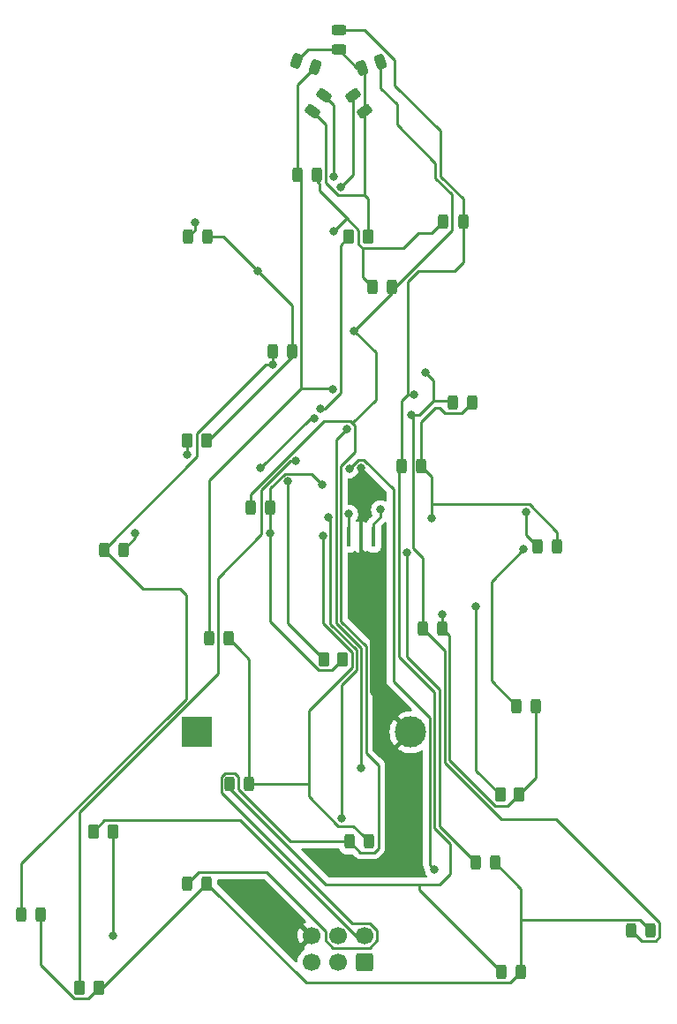
<source format=gbr>
%TF.GenerationSoftware,KiCad,Pcbnew,(6.0.9)*%
%TF.CreationDate,2023-01-09T21:04:10+01:00*%
%TF.ProjectId,christmas_tree,63687269-7374-46d6-9173-5f747265652e,rev?*%
%TF.SameCoordinates,Original*%
%TF.FileFunction,Copper,L1,Top*%
%TF.FilePolarity,Positive*%
%FSLAX46Y46*%
G04 Gerber Fmt 4.6, Leading zero omitted, Abs format (unit mm)*
G04 Created by KiCad (PCBNEW (6.0.9)) date 2023-01-09 21:04:10*
%MOMM*%
%LPD*%
G01*
G04 APERTURE LIST*
G04 Aperture macros list*
%AMRoundRect*
0 Rectangle with rounded corners*
0 $1 Rounding radius*
0 $2 $3 $4 $5 $6 $7 $8 $9 X,Y pos of 4 corners*
0 Add a 4 corners polygon primitive as box body*
4,1,4,$2,$3,$4,$5,$6,$7,$8,$9,$2,$3,0*
0 Add four circle primitives for the rounded corners*
1,1,$1+$1,$2,$3*
1,1,$1+$1,$4,$5*
1,1,$1+$1,$6,$7*
1,1,$1+$1,$8,$9*
0 Add four rect primitives between the rounded corners*
20,1,$1+$1,$2,$3,$4,$5,0*
20,1,$1+$1,$4,$5,$6,$7,0*
20,1,$1+$1,$6,$7,$8,$9,0*
20,1,$1+$1,$8,$9,$2,$3,0*%
G04 Aperture macros list end*
%TA.AperFunction,SMDPad,CuDef*%
%ADD10RoundRect,0.243750X-0.243750X-0.456250X0.243750X-0.456250X0.243750X0.456250X-0.243750X0.456250X0*%
%TD*%
%TA.AperFunction,SMDPad,CuDef*%
%ADD11RoundRect,0.250000X-0.262500X-0.450000X0.262500X-0.450000X0.262500X0.450000X-0.262500X0.450000X0*%
%TD*%
%TA.AperFunction,SMDPad,CuDef*%
%ADD12R,0.400000X1.900000*%
%TD*%
%TA.AperFunction,SMDPad,CuDef*%
%ADD13RoundRect,0.243750X-0.225841X0.465375X-0.512387X0.070979X0.225841X-0.465375X0.512387X-0.070979X0*%
%TD*%
%TA.AperFunction,SMDPad,CuDef*%
%ADD14RoundRect,0.243750X0.090831X0.509242X-0.372809X0.358597X-0.090831X-0.509242X0.372809X-0.358597X0*%
%TD*%
%TA.AperFunction,SMDPad,CuDef*%
%ADD15RoundRect,0.243750X0.372809X0.358597X-0.090831X0.509242X-0.372809X-0.358597X0.090831X-0.509242X0*%
%TD*%
%TA.AperFunction,SMDPad,CuDef*%
%ADD16RoundRect,0.243750X-0.456250X0.243750X-0.456250X-0.243750X0.456250X-0.243750X0.456250X0.243750X0*%
%TD*%
%TA.AperFunction,SMDPad,CuDef*%
%ADD17RoundRect,0.243750X0.243750X0.456250X-0.243750X0.456250X-0.243750X-0.456250X0.243750X-0.456250X0*%
%TD*%
%TA.AperFunction,SMDPad,CuDef*%
%ADD18RoundRect,0.243750X-0.512387X-0.070979X-0.225841X-0.465375X0.512387X0.070979X0.225841X0.465375X0*%
%TD*%
%TA.AperFunction,ComponentPad*%
%ADD19RoundRect,0.250000X0.600000X-0.600000X0.600000X0.600000X-0.600000X0.600000X-0.600000X-0.600000X0*%
%TD*%
%TA.AperFunction,ComponentPad*%
%ADD20C,1.700000*%
%TD*%
%TA.AperFunction,ComponentPad*%
%ADD21R,3.000000X3.000000*%
%TD*%
%TA.AperFunction,ComponentPad*%
%ADD22C,3.000000*%
%TD*%
%TA.AperFunction,ViaPad*%
%ADD23C,0.800000*%
%TD*%
%TA.AperFunction,Conductor*%
%ADD24C,0.250000*%
%TD*%
G04 APERTURE END LIST*
D10*
%TO.P,D21,1,K*%
%TO.N,/A4*%
X190062500Y-138000000D03*
%TO.P,D21,2,A*%
%TO.N,Net-(D1-Pad2)*%
X191937500Y-138000000D03*
%TD*%
D11*
%TO.P,R3,1*%
%TO.N,/D6*%
X177500000Y-125000000D03*
%TO.P,R3,2*%
%TO.N,Net-(D12-Pad2)*%
X179325000Y-125000000D03*
%TD*%
D12*
%TO.P,Y1,1,1*%
%TO.N,/XTAL2*%
X162960000Y-100290000D03*
%TO.P,Y1,2,2*%
%TO.N,/GND*%
X164160000Y-100290000D03*
%TO.P,Y1,3,3*%
%TO.N,/XTAL1*%
X165360000Y-100290000D03*
%TD*%
D13*
%TO.P,D25,1,K*%
%TO.N,/A4*%
X160618049Y-57924047D03*
%TO.P,D25,2,A*%
%TO.N,Net-(D10-Pad2)*%
X159515951Y-59440953D03*
%TD*%
D10*
%TO.P,D8,1,K*%
%TO.N,/A1*%
X153562500Y-97500000D03*
%TO.P,D8,2,A*%
%TO.N,Net-(D13-Pad2)*%
X155437500Y-97500000D03*
%TD*%
%TO.P,D1,1,K*%
%TO.N,/A0*%
X131562500Y-136500000D03*
%TO.P,D1,2,A*%
%TO.N,Net-(D1-Pad2)*%
X133437500Y-136500000D03*
%TD*%
D14*
%TO.P,D10,1,K*%
%TO.N,/A1*%
X166051615Y-54690297D03*
%TO.P,D10,2,A*%
%TO.N,Net-(D10-Pad2)*%
X164268385Y-55269703D03*
%TD*%
D10*
%TO.P,D3,1,K*%
%TO.N,/A0*%
X139500000Y-101500000D03*
%TO.P,D3,2,A*%
%TO.N,Net-(D13-Pad2)*%
X141375000Y-101500000D03*
%TD*%
%TO.P,D13,1,K*%
%TO.N,/A2*%
X168062500Y-93500000D03*
%TO.P,D13,2,A*%
%TO.N,Net-(D13-Pad2)*%
X169937500Y-93500000D03*
%TD*%
D15*
%TO.P,D20,1,K*%
%TO.N,/A3*%
X159731615Y-55229703D03*
%TO.P,D20,2,A*%
%TO.N,Net-(D10-Pad2)*%
X157948385Y-54650297D03*
%TD*%
D16*
%TO.P,D15,1,K*%
%TO.N,/A2*%
X162000000Y-51625000D03*
%TO.P,D15,2,A*%
%TO.N,Net-(D10-Pad2)*%
X162000000Y-53500000D03*
%TD*%
D10*
%TO.P,D18,1,K*%
%TO.N,/A3*%
X181112500Y-101220000D03*
%TO.P,D18,2,A*%
%TO.N,Net-(D13-Pad2)*%
X182987500Y-101220000D03*
%TD*%
%TO.P,D6,1,K*%
%TO.N,/A1*%
X147500000Y-133500000D03*
%TO.P,D6,2,A*%
%TO.N,Net-(D1-Pad2)*%
X149375000Y-133500000D03*
%TD*%
%TO.P,D22,1,K*%
%TO.N,/A4*%
X170105000Y-109050000D03*
%TO.P,D22,2,A*%
%TO.N,Net-(D12-Pad2)*%
X171980000Y-109050000D03*
%TD*%
D11*
%TO.P,R2,1*%
%TO.N,/D5*%
X137175000Y-143500000D03*
%TO.P,R2,2*%
%TO.N,Net-(D1-Pad2)*%
X139000000Y-143500000D03*
%TD*%
D10*
%TO.P,D24,1,K*%
%TO.N,/A4*%
X147562500Y-71500000D03*
%TO.P,D24,2,A*%
%TO.N,Net-(D14-Pad2)*%
X149437500Y-71500000D03*
%TD*%
D17*
%TO.P,D14,1,K*%
%TO.N,/A2*%
X173937500Y-70000000D03*
%TO.P,D14,2,A*%
%TO.N,Net-(D14-Pad2)*%
X172062500Y-70000000D03*
%TD*%
D10*
%TO.P,D11,1,K*%
%TO.N,/A2*%
X177625000Y-142000000D03*
%TO.P,D11,2,A*%
%TO.N,Net-(D1-Pad2)*%
X179500000Y-142000000D03*
%TD*%
D11*
%TO.P,R5,1*%
%TO.N,/D8*%
X147500000Y-91000000D03*
%TO.P,R5,2*%
%TO.N,Net-(D14-Pad2)*%
X149325000Y-91000000D03*
%TD*%
D18*
%TO.P,D5,1,K*%
%TO.N,/A0*%
X163428951Y-57941547D03*
%TO.P,D5,2,A*%
%TO.N,Net-(D10-Pad2)*%
X164531049Y-59458453D03*
%TD*%
D10*
%TO.P,D2,1,K*%
%TO.N,/A0*%
X179062500Y-116500000D03*
%TO.P,D2,2,A*%
%TO.N,Net-(D12-Pad2)*%
X180937500Y-116500000D03*
%TD*%
%TO.P,D16,1,K*%
%TO.N,/A3*%
X175125000Y-131500000D03*
%TO.P,D16,2,A*%
%TO.N,Net-(D1-Pad2)*%
X177000000Y-131500000D03*
%TD*%
D11*
%TO.P,R6,1*%
%TO.N,/D9*%
X163000000Y-71500000D03*
%TO.P,R6,2*%
%TO.N,Net-(D10-Pad2)*%
X164825000Y-71500000D03*
%TD*%
D10*
%TO.P,D12,1,K*%
%TO.N,/A2*%
X151562500Y-124000000D03*
%TO.P,D12,2,A*%
%TO.N,Net-(D12-Pad2)*%
X153437500Y-124000000D03*
%TD*%
D11*
%TO.P,R1,1*%
%TO.N,/VCC*%
X138500000Y-128500000D03*
%TO.P,R1,2*%
%TO.N,/RESET*%
X140325000Y-128500000D03*
%TD*%
D10*
%TO.P,D23,1,K*%
%TO.N,/A4*%
X172932500Y-87380000D03*
%TO.P,D23,2,A*%
%TO.N,Net-(D13-Pad2)*%
X174807500Y-87380000D03*
%TD*%
D11*
%TO.P,R4,1*%
%TO.N,/D7*%
X160587500Y-112000000D03*
%TO.P,R4,2*%
%TO.N,Net-(D13-Pad2)*%
X162412500Y-112000000D03*
%TD*%
D10*
%TO.P,D17,1,K*%
%TO.N,/A3*%
X149562500Y-110000000D03*
%TO.P,D17,2,A*%
%TO.N,Net-(D12-Pad2)*%
X151437500Y-110000000D03*
%TD*%
%TO.P,D7,1,K*%
%TO.N,/A1*%
X163062500Y-129500000D03*
%TO.P,D7,2,A*%
%TO.N,Net-(D12-Pad2)*%
X164937500Y-129500000D03*
%TD*%
%TO.P,D19,1,K*%
%TO.N,/A3*%
X158062500Y-65500000D03*
%TO.P,D19,2,A*%
%TO.N,Net-(D14-Pad2)*%
X159937500Y-65500000D03*
%TD*%
D17*
%TO.P,D9,1,K*%
%TO.N,/A1*%
X167100000Y-76300000D03*
%TO.P,D9,2,A*%
%TO.N,Net-(D14-Pad2)*%
X165225000Y-76300000D03*
%TD*%
D10*
%TO.P,D4,1,K*%
%TO.N,/A0*%
X155672500Y-82440000D03*
%TO.P,D4,2,A*%
%TO.N,Net-(D14-Pad2)*%
X157547500Y-82440000D03*
%TD*%
D19*
%TO.P,J2,1,MISO*%
%TO.N,/D12*%
X164500000Y-141040000D03*
D20*
%TO.P,J2,2,VCC*%
%TO.N,/VCC*%
X164500000Y-138500000D03*
%TO.P,J2,3,SCK*%
%TO.N,/D13*%
X161960000Y-141040000D03*
%TO.P,J2,4,MOSI*%
%TO.N,/D11*%
X161960000Y-138500000D03*
%TO.P,J2,5,~{RST}*%
%TO.N,/RESET*%
X159420000Y-141040000D03*
%TO.P,J2,6,GND*%
%TO.N,/GND*%
X159420000Y-138500000D03*
%TD*%
D21*
%TO.P,BT1,1,+*%
%TO.N,Net-(BT1-Pad1)*%
X148425000Y-119000000D03*
D22*
%TO.P,BT1,2,-*%
%TO.N,/GND*%
X168915000Y-119000000D03*
%TD*%
D23*
%TO.N,/GND*%
X164160000Y-93653600D03*
%TO.N,/VCC*%
X163026000Y-93741600D03*
X171200000Y-132200000D03*
%TO.N,Net-(D12-Pad2)*%
X160486000Y-100189000D03*
X171980000Y-107715000D03*
%TO.N,Net-(D13-Pad2)*%
X142497000Y-99955000D03*
X160428000Y-95227600D03*
X155438000Y-99955000D03*
X170905000Y-98435900D03*
%TO.N,Net-(D14-Pad2)*%
X161512000Y-70948900D03*
X154242000Y-74764900D03*
%TO.N,/D11*%
X162297000Y-127270000D03*
X161030000Y-98409400D03*
%TO.N,/RESET*%
X164173000Y-122430000D03*
X140325000Y-138500000D03*
X162832000Y-89902100D03*
%TO.N,/D5*%
X157885000Y-93004000D03*
%TO.N,/D6*%
X175182000Y-106943000D03*
%TO.N,/D7*%
X157155000Y-94938700D03*
%TO.N,/D8*%
X147500000Y-92343900D03*
X154528000Y-93639400D03*
X159661000Y-88870800D03*
%TO.N,/D9*%
X160259000Y-87949200D03*
%TO.N,/XTAL1*%
X166025000Y-97669600D03*
%TO.N,/XTAL2*%
X162960000Y-98089300D03*
%TO.N,/A0*%
X162248000Y-66725300D03*
X179769600Y-101444100D03*
X155672000Y-83757400D03*
%TO.N,/A1*%
X163500000Y-80500000D03*
%TO.N,/A2*%
X169226000Y-86654200D03*
%TO.N,/A3*%
X168564000Y-101780000D03*
X179989000Y-97867200D03*
X161480000Y-86118100D03*
%TO.N,/A4*%
X170335000Y-84522300D03*
X148227000Y-70145500D03*
X161508000Y-65738800D03*
X168992000Y-88559000D03*
%TD*%
D24*
%TO.N,/GND*%
X165074000Y-115158000D02*
X165074000Y-102479000D01*
X164160000Y-101565000D02*
X164160000Y-100290000D01*
X164160000Y-100290000D02*
X164160000Y-93653600D01*
X165074000Y-102479000D02*
X164160000Y-101565000D01*
X168915000Y-119000000D02*
X165074000Y-115158000D01*
%TO.N,/VCC*%
X138500000Y-128500000D02*
X139550000Y-127450000D01*
X164441000Y-92892400D02*
X163875000Y-92892400D01*
X163875000Y-92892400D02*
X163026000Y-93741600D01*
X167249000Y-114123000D02*
X167249000Y-95700000D01*
X171200000Y-132200000D02*
X170751000Y-131751000D01*
X167249000Y-95700000D02*
X164441000Y-92892400D01*
X170751000Y-131751000D02*
X170751000Y-117625000D01*
X152572000Y-127450000D02*
X163622000Y-138500000D01*
X163622000Y-138500000D02*
X164500000Y-138500000D01*
X170751000Y-117625000D02*
X167249000Y-114123000D01*
X139550000Y-127450000D02*
X152572000Y-127450000D01*
%TO.N,Net-(D1-Pad2)*%
X133437500Y-136500000D02*
X133438000Y-136500000D01*
X158925000Y-143050000D02*
X178450000Y-143050000D01*
X179500000Y-136964000D02*
X190902000Y-136964000D01*
X137973000Y-144527000D02*
X136653000Y-144527000D01*
X178450000Y-143050000D02*
X179500000Y-142000000D01*
X139000000Y-143500000D02*
X137973000Y-144527000D01*
X136653000Y-144527000D02*
X133438000Y-141312000D01*
X179500000Y-136964000D02*
X179500000Y-142000000D01*
X191937500Y-137999500D02*
X191938000Y-138000000D01*
X139375000Y-143500000D02*
X139000000Y-143500000D01*
X177000000Y-131500000D02*
X179500000Y-134000000D01*
X149375000Y-133500000D02*
X158925000Y-143050000D01*
X190902000Y-136964000D02*
X191937500Y-137999500D01*
X149375000Y-133500000D02*
X139375000Y-143500000D01*
X179500000Y-134000000D02*
X179500000Y-136964000D01*
X191937500Y-137999500D02*
X191937500Y-138000000D01*
X133438000Y-141312000D02*
X133438000Y-136500000D01*
%TO.N,Net-(D12-Pad2)*%
X171980000Y-109050000D02*
X171980000Y-107715000D01*
X161967000Y-127995000D02*
X159140000Y-125168000D01*
X160486000Y-108525000D02*
X160486000Y-100189000D01*
X153438000Y-118634000D02*
X153437500Y-118634500D01*
X152437500Y-111000000D02*
X151437500Y-110000000D01*
X163432000Y-127995000D02*
X161967000Y-127995000D01*
X159140000Y-125168000D02*
X159140000Y-124000000D01*
X163272000Y-111312000D02*
X160486000Y-108525000D01*
X177023000Y-126077000D02*
X172650000Y-121704000D01*
X172650000Y-109720000D02*
X171980000Y-109050000D01*
X153438000Y-124000000D02*
X159140000Y-124000000D01*
X178248000Y-126077000D02*
X177023000Y-126077000D01*
X179325000Y-125000000D02*
X180938000Y-123388000D01*
X180938000Y-123388000D02*
X180938000Y-116500000D01*
X163272000Y-112776000D02*
X163272000Y-111312000D01*
X164937500Y-129499900D02*
X164937500Y-129500000D01*
X172650000Y-121704000D02*
X172650000Y-109720000D01*
X164335600Y-128898000D02*
X163432000Y-127995000D01*
X159140000Y-124000000D02*
X159140000Y-116909000D01*
X153438000Y-112000000D02*
X153438000Y-118634000D01*
X164335600Y-128898000D02*
X164937500Y-129499900D01*
X153437500Y-118634500D02*
X153437500Y-124000000D01*
X179325000Y-125000000D02*
X178248000Y-126077000D01*
X152438000Y-111000000D02*
X153438000Y-112000000D01*
X159140000Y-116909000D02*
X163272000Y-112776000D01*
X151438000Y-110000000D02*
X152438000Y-111000000D01*
X164938000Y-129500000D02*
X164335600Y-128898000D01*
X153438000Y-118634000D02*
X153438000Y-124000000D01*
X152438000Y-111000000D02*
X152437500Y-111000000D01*
%TO.N,Net-(D13-Pad2)*%
X155438000Y-99955000D02*
X155438000Y-97790000D01*
X161370000Y-113043000D02*
X160066000Y-113043000D01*
X142497000Y-100378000D02*
X142497000Y-99955000D01*
X160066000Y-113043000D02*
X155438000Y-108414000D01*
X182988000Y-99805600D02*
X180288000Y-97105800D01*
X182988000Y-101220000D02*
X182988000Y-100512800D01*
X156849000Y-94213400D02*
X159414000Y-94213400D01*
X172230000Y-88411600D02*
X171671000Y-87852000D01*
X171298000Y-87852000D02*
X169938000Y-89212200D01*
X170905000Y-94467500D02*
X170905000Y-97105800D01*
X182988000Y-100512800D02*
X182987500Y-100513300D01*
X161891000Y-112521500D02*
X162412500Y-112000000D01*
X155438000Y-97790000D02*
X155438000Y-95625000D01*
X182988000Y-100512800D02*
X182988000Y-99805600D01*
X170905000Y-97105800D02*
X170905000Y-98435900D01*
X169938000Y-93500000D02*
X170905000Y-94467500D01*
X155438000Y-95625000D02*
X156849000Y-94213400D01*
X162412000Y-112000000D02*
X161891000Y-112521500D01*
X159414000Y-94213400D02*
X160428000Y-95227600D01*
X182987500Y-100513300D02*
X182987500Y-101220000D01*
X169938000Y-91356100D02*
X169938000Y-93500000D01*
X155437500Y-97789500D02*
X155437500Y-97500000D01*
X155438000Y-108414000D02*
X155438000Y-99955000D01*
X169938000Y-89212200D02*
X169938000Y-91356100D01*
X141375000Y-101500000D02*
X142497000Y-100378000D01*
X161891000Y-112521500D02*
X161370000Y-113043000D01*
X169938000Y-91356100D02*
X169937500Y-91356600D01*
X171671000Y-87852000D02*
X171298000Y-87852000D01*
X169937500Y-91356600D02*
X169937500Y-93500000D01*
X155438000Y-97790000D02*
X155437500Y-97789500D01*
X174808000Y-87380000D02*
X173776000Y-88411600D01*
X173776000Y-88411600D02*
X172230000Y-88411600D01*
X180288000Y-97105800D02*
X170905000Y-97105800D01*
%TO.N,Net-(D14-Pad2)*%
X168235600Y-72564400D02*
X169700000Y-71100000D01*
X157548000Y-82440000D02*
X157548000Y-82994800D01*
X164287000Y-72564400D02*
X164287000Y-75362000D01*
X149438000Y-71500000D02*
X149437500Y-71500000D01*
X159938000Y-66136800D02*
X160157000Y-66356100D01*
X163912000Y-72189800D02*
X164287000Y-72564400D01*
X160157000Y-67094800D02*
X162762000Y-69699600D01*
X170962500Y-71100000D02*
X172062500Y-70000000D01*
X159938000Y-65500000D02*
X159938000Y-66136800D01*
X157547500Y-82440000D02*
X157548000Y-82440000D01*
X162762000Y-69699600D02*
X163912000Y-70850400D01*
X159937500Y-65500000D02*
X159938000Y-65500000D01*
X157548000Y-78070800D02*
X157548000Y-82440000D01*
X157548000Y-82994800D02*
X149542000Y-91000000D01*
X169700000Y-71100000D02*
X170962500Y-71100000D01*
X154242000Y-74764900D02*
X157548000Y-78070800D01*
X160157000Y-66356100D02*
X160157000Y-67094800D01*
X163912000Y-70850400D02*
X163912000Y-72189800D01*
X164287000Y-75362000D02*
X165225000Y-76300000D01*
X164287000Y-72564400D02*
X168235600Y-72564400D01*
X149438000Y-71500000D02*
X150977000Y-71500000D01*
X150977000Y-71500000D02*
X154242000Y-74764900D01*
X162762000Y-69699600D02*
X161512000Y-70948900D01*
X149542000Y-91000000D02*
X149325000Y-91000000D01*
%TO.N,Net-(D10-Pad2)*%
X159098682Y-53500000D02*
X157948385Y-54650297D01*
X164825000Y-67791200D02*
X164825000Y-71500000D01*
X162000000Y-53500000D02*
X159098682Y-53500000D01*
X160751000Y-60676200D02*
X160751000Y-66313600D01*
X164531000Y-67497200D02*
X164531000Y-55532318D01*
X160751000Y-66313600D02*
X161935000Y-67497200D01*
X163769700Y-55269700D02*
X162000000Y-53500000D01*
X164268400Y-55269700D02*
X163769700Y-55269700D01*
X164531000Y-67497200D02*
X164825000Y-67791200D01*
X161935000Y-67497200D02*
X164531000Y-67497200D01*
X159516000Y-59441000D02*
X160751000Y-60676200D01*
X164531000Y-55532318D02*
X164268385Y-55269703D01*
%TO.N,/D11*%
X162297000Y-127270000D02*
X162297000Y-114455000D01*
X161211000Y-98591100D02*
X161030000Y-98409400D01*
X161211000Y-108614000D02*
X161211000Y-98591100D01*
X162297000Y-114455000D02*
X163723000Y-113030000D01*
X163723000Y-113030000D02*
X163723000Y-111125000D01*
X163723000Y-111125000D02*
X161211000Y-108614000D01*
%TO.N,/RESET*%
X140325000Y-128500000D02*
X140325000Y-138500000D01*
X164173000Y-110938000D02*
X161784000Y-108549000D01*
X161784000Y-90950900D02*
X162832000Y-89902100D01*
X161784000Y-108549000D02*
X161784000Y-90950900D01*
X164173000Y-122430000D02*
X164173000Y-110938000D01*
%TO.N,/D5*%
X137175000Y-126633000D02*
X150399000Y-113409000D01*
X150399000Y-104230000D02*
X154624000Y-100005000D01*
X154624000Y-100005000D02*
X154624000Y-95801900D01*
X154624000Y-95801900D02*
X157422000Y-93004000D01*
X150399000Y-113409000D02*
X150399000Y-104230000D01*
X157422000Y-93004000D02*
X157885000Y-93004000D01*
X137175000Y-143500000D02*
X137175000Y-126633000D01*
%TO.N,/D6*%
X175182000Y-106943000D02*
X175182000Y-122682000D01*
X175182000Y-122682000D02*
X177500000Y-125000000D01*
%TO.N,/D7*%
X160588000Y-112000000D02*
X159214800Y-110627200D01*
X160587500Y-111999900D02*
X160587500Y-112000000D01*
X157155000Y-108568000D02*
X157155000Y-94938700D01*
X159214800Y-110627200D02*
X157155000Y-108568000D01*
X159214800Y-110627200D02*
X160587500Y-111999900D01*
%TO.N,/D8*%
X147500000Y-91000000D02*
X147500000Y-92343900D01*
X159661000Y-88870800D02*
X159296000Y-88870800D01*
X159296000Y-88870800D02*
X154528000Y-93639400D01*
%TO.N,/D9*%
X163000000Y-71500000D02*
X162205000Y-72294600D01*
X160677000Y-87949200D02*
X160259000Y-87949200D01*
X162205000Y-86420600D02*
X160677000Y-87949200D01*
X162205000Y-72294600D02*
X162205000Y-86420600D01*
%TO.N,/XTAL1*%
X165360000Y-99014700D02*
X166025000Y-98349600D01*
X166025000Y-98349600D02*
X166025000Y-97669600D01*
X165360000Y-100290000D02*
X165360000Y-99014700D01*
%TO.N,/XTAL2*%
X162960000Y-100290000D02*
X162960000Y-98089300D01*
%TO.N,/A0*%
X131562000Y-131609000D02*
X131562000Y-136500000D01*
X155672000Y-83757400D02*
X154978000Y-83757400D01*
X148412000Y-92587500D02*
X139500000Y-101500000D01*
X147361000Y-105813000D02*
X147361000Y-115810000D01*
X146778000Y-105230000D02*
X147361000Y-105813000D01*
X148412000Y-90322600D02*
X148412000Y-92587500D01*
X143230000Y-105230000D02*
X146778000Y-105230000D01*
X139500000Y-101500000D02*
X139659000Y-101659000D01*
X139659000Y-101659000D02*
X143230000Y-105230000D01*
X155672000Y-83098700D02*
X155672000Y-82440000D01*
X147361000Y-115810000D02*
X131562000Y-131609000D01*
X163429000Y-65544600D02*
X163429000Y-57941500D01*
X162248000Y-66725300D02*
X163429000Y-65544600D01*
X139500000Y-101500000D02*
X139659000Y-101659000D01*
X179769600Y-101444100D02*
X176657000Y-104556700D01*
X155672000Y-83098700D02*
X155672500Y-83098200D01*
X154978000Y-83757400D02*
X148412000Y-90322600D01*
X155672500Y-83098200D02*
X155672500Y-82440000D01*
X176657000Y-104556700D02*
X176657000Y-114094500D01*
X176657000Y-114094500D02*
X179062500Y-116500000D01*
X155672000Y-83757400D02*
X155672000Y-83098700D01*
%TO.N,/A1*%
X171300000Y-64400000D02*
X171300000Y-65858166D01*
X162234000Y-93495200D02*
X163573000Y-92156500D01*
X153562000Y-96226200D02*
X153562000Y-96863100D01*
X152376000Y-124495000D02*
X157381000Y-129500000D01*
X151104000Y-122937000D02*
X152057000Y-122937000D01*
X167600000Y-58800000D02*
X167600000Y-60700000D01*
X160785000Y-138987000D02*
X161473000Y-139675000D01*
X150738000Y-124770000D02*
X150738000Y-123304000D01*
X164623000Y-110752000D02*
X162234000Y-108362000D01*
X153562000Y-96863100D02*
X153562000Y-97500000D01*
X164623000Y-120993000D02*
X164623000Y-110752000D01*
X164102000Y-130540000D02*
X165426000Y-130540000D01*
X167491204Y-76300000D02*
X167100000Y-76300000D01*
X166051615Y-57251615D02*
X167600000Y-58800000D01*
X160785000Y-138135000D02*
X160785000Y-138987000D01*
X165562500Y-87131400D02*
X163332100Y-89361800D01*
X167100000Y-76300000D02*
X167100000Y-76900000D01*
X167100000Y-76900000D02*
X163500000Y-80500000D01*
X153562000Y-96863100D02*
X153562500Y-96863600D01*
X163145000Y-89174800D02*
X160614000Y-89174800D01*
X163573000Y-89602600D02*
X163332100Y-89361800D01*
X165812000Y-122181000D02*
X164623000Y-120993000D01*
X163062000Y-129500000D02*
X163062500Y-129500500D01*
X164987000Y-139675000D02*
X165675000Y-138987000D01*
X163293000Y-137325000D02*
X150738000Y-124770000D01*
X165562500Y-82562500D02*
X165562500Y-87131400D01*
X153562500Y-96863600D02*
X153562500Y-97500000D01*
X157381000Y-129500000D02*
X163062000Y-129500000D01*
X172875000Y-70916204D02*
X167491204Y-76300000D01*
X161473000Y-139675000D02*
X164987000Y-139675000D01*
X163500000Y-80500000D02*
X165562500Y-82562500D01*
X163573000Y-92156500D02*
X163573000Y-89602600D01*
X152057000Y-122937000D02*
X152376000Y-123257000D01*
X155114000Y-132464000D02*
X160785000Y-138135000D01*
X160614000Y-89174800D02*
X153562000Y-96226200D01*
X165812000Y-130154000D02*
X165812000Y-122181000D01*
X171300000Y-65858166D02*
X172875000Y-67433166D01*
X163062500Y-129500500D02*
X164102000Y-130540000D01*
X162234000Y-108362000D02*
X162234000Y-93495200D01*
X167600000Y-60700000D02*
X171300000Y-64400000D01*
X165426000Y-130540000D02*
X165812000Y-130154000D01*
X166051615Y-54690297D02*
X166051615Y-57251615D01*
X164987000Y-137325000D02*
X163293000Y-137325000D01*
X152376000Y-123257000D02*
X152376000Y-124495000D01*
X165675000Y-138987000D02*
X165675000Y-138013000D01*
X172875000Y-67433166D02*
X172875000Y-70916204D01*
X148536000Y-132464000D02*
X155114000Y-132464000D01*
X150738000Y-123304000D02*
X151104000Y-122937000D01*
X163062500Y-129500500D02*
X163062500Y-129500000D01*
X163332100Y-89361800D02*
X163145000Y-89174800D01*
X165675000Y-138013000D02*
X164987000Y-137325000D01*
X147500000Y-133500000D02*
X148536000Y-132464000D01*
%TO.N,/A2*%
X171202000Y-115160000D02*
X167838000Y-111796000D01*
X151562000Y-124178000D02*
X151562000Y-124356000D01*
X169766000Y-134141000D02*
X169766000Y-133585000D01*
X167838000Y-111796000D02*
X167838000Y-93724000D01*
X167400000Y-57000000D02*
X171750000Y-61350000D01*
X164525000Y-51625000D02*
X167400000Y-54500000D01*
X168062000Y-93500000D02*
X168062000Y-87212400D01*
X172700000Y-129711396D02*
X171202000Y-128213396D01*
X173937500Y-73962500D02*
X173100000Y-74800000D01*
X167400000Y-54500000D02*
X167400000Y-57000000D01*
X167838000Y-93724000D02*
X168062000Y-93500000D01*
X168062000Y-87212400D02*
X168621000Y-86654200D01*
X173937500Y-70000000D02*
X173937500Y-73962500D01*
X151562000Y-124178000D02*
X151562500Y-124177500D01*
X167950300Y-93611700D02*
X168062000Y-93500000D01*
X162000000Y-51625000D02*
X164525000Y-51625000D01*
X151562000Y-124000000D02*
X151562000Y-124178000D01*
X171750000Y-61350000D02*
X171750000Y-65671770D01*
X173100000Y-74800000D02*
X169627600Y-74800000D01*
X173937500Y-67859270D02*
X173937500Y-70000000D01*
X168062500Y-93500000D02*
X168062000Y-93500000D01*
X169627600Y-74800000D02*
X168621000Y-75806600D01*
X168621000Y-86654200D02*
X169226000Y-86654200D01*
X171202000Y-128213396D02*
X171202000Y-115160000D01*
X171750000Y-65671770D02*
X173937500Y-67859270D01*
X169766000Y-133585000D02*
X171715000Y-133585000D01*
X177625000Y-142000000D02*
X169766000Y-134141000D01*
X171715000Y-133585000D02*
X172700000Y-132600000D01*
X151562500Y-124177500D02*
X151562500Y-124000000D01*
X160791000Y-133585000D02*
X169766000Y-133585000D01*
X151562000Y-124356000D02*
X160791000Y-133585000D01*
X172700000Y-132600000D02*
X172700000Y-129711396D01*
X168621000Y-75806600D02*
X168621000Y-86654200D01*
%TO.N,/A3*%
X158400000Y-86000000D02*
X158400000Y-65837000D01*
X158400000Y-65837000D02*
X158231000Y-65668500D01*
X161362000Y-86000000D02*
X161480000Y-86118100D01*
X168564000Y-101780000D02*
X168564000Y-111786000D01*
X179989000Y-100097000D02*
X179989000Y-97867200D01*
X149562500Y-110000000D02*
X149562000Y-110000000D01*
X158062000Y-56898800D02*
X159732000Y-55229700D01*
X180550500Y-100658500D02*
X180551000Y-100658500D01*
X158062000Y-65500000D02*
X158062000Y-56898800D01*
X158400000Y-86000000D02*
X149562000Y-94837000D01*
X158231000Y-65668500D02*
X158062000Y-65500000D01*
X180550500Y-100658500D02*
X179989000Y-100097000D01*
X158231000Y-65668500D02*
X158062500Y-65500000D01*
X171652000Y-128027000D02*
X175125000Y-131500000D01*
X149562000Y-94837000D02*
X149562000Y-110000000D01*
X171652000Y-114873000D02*
X171652000Y-128027000D01*
X180551000Y-100658500D02*
X181112500Y-101220000D01*
X158400000Y-86000000D02*
X161362000Y-86000000D01*
X168564000Y-111786000D02*
X171652000Y-114873000D01*
X181112000Y-101220000D02*
X180550500Y-100658500D01*
%TO.N,/A4*%
X169752000Y-88559000D02*
X171105000Y-87206400D01*
X177610000Y-127366000D02*
X172200000Y-121956000D01*
X190062000Y-138000000D02*
X190587000Y-138524500D01*
X191112000Y-139049000D02*
X192394000Y-139049000D01*
X170105000Y-102296000D02*
X169124000Y-101314000D01*
X192800000Y-137275000D02*
X182891000Y-127366000D01*
X161508000Y-58813700D02*
X161508000Y-65738800D01*
X147562000Y-71500000D02*
X147894500Y-71167900D01*
X169124000Y-88559000D02*
X169752000Y-88559000D01*
X148227000Y-70835800D02*
X148227000Y-70145500D01*
X171105000Y-87206400D02*
X171105000Y-85292200D01*
X147894500Y-71167900D02*
X148227000Y-70835800D01*
X160618000Y-57924000D02*
X161508000Y-58813700D01*
X147894500Y-71167900D02*
X147562500Y-71499900D01*
X182891000Y-127366000D02*
X177610000Y-127366000D01*
X172759000Y-87206400D02*
X172932000Y-87380000D01*
X169124000Y-101314000D02*
X169124000Y-88559000D01*
X172200000Y-111145000D02*
X170105000Y-109050000D01*
X171105000Y-87206400D02*
X172759000Y-87206400D01*
X169124000Y-88559000D02*
X168992000Y-88559000D01*
X172200000Y-121956000D02*
X172200000Y-111145000D01*
X171105000Y-85292200D02*
X170335000Y-84522300D01*
X192394000Y-139049000D02*
X192800000Y-138643000D01*
X190587000Y-138524500D02*
X190062500Y-138000000D01*
X147562500Y-71499900D02*
X147562500Y-71500000D01*
X170105000Y-109050000D02*
X170105000Y-102296000D01*
X172932500Y-87380000D02*
X172932000Y-87380000D01*
X192800000Y-138643000D02*
X192800000Y-137275000D01*
X190587000Y-138524500D02*
X191112000Y-139049000D01*
%TD*%
%TA.AperFunction,Conductor*%
%TO.N,/GND*%
G36*
X154867527Y-133117502D02*
G01*
X154888501Y-133134405D01*
X158840128Y-137086033D01*
X158874153Y-137148343D01*
X158869088Y-137219158D01*
X158826541Y-137275994D01*
X158809213Y-137286889D01*
X158698462Y-137344543D01*
X158689734Y-137350039D01*
X158669677Y-137365099D01*
X158661223Y-137376427D01*
X158667968Y-137388758D01*
X159690115Y-138410905D01*
X159724141Y-138473217D01*
X159719076Y-138544032D01*
X159690115Y-138589095D01*
X158666737Y-139612473D01*
X158659977Y-139624853D01*
X158665258Y-139631907D01*
X158711969Y-139659203D01*
X158760693Y-139710841D01*
X158773764Y-139780624D01*
X158747033Y-139846396D01*
X158706584Y-139879752D01*
X158693607Y-139886507D01*
X158689474Y-139889610D01*
X158689471Y-139889612D01*
X158540907Y-140001157D01*
X158514965Y-140020635D01*
X158360629Y-140182138D01*
X158234743Y-140366680D01*
X158140688Y-140569305D01*
X158080989Y-140784570D01*
X158080440Y-140789704D01*
X158080440Y-140789706D01*
X158076141Y-140829938D01*
X158062735Y-140955385D01*
X158058259Y-140997267D01*
X158031131Y-141062876D01*
X157972839Y-141103405D01*
X157901889Y-141105984D01*
X157843877Y-141072973D01*
X155242768Y-138471863D01*
X158058050Y-138471863D01*
X158070309Y-138684477D01*
X158071745Y-138694697D01*
X158118565Y-138902446D01*
X158121645Y-138912275D01*
X158201770Y-139109603D01*
X158206413Y-139118794D01*
X158286460Y-139249420D01*
X158296916Y-139258880D01*
X158305694Y-139255096D01*
X159047978Y-138512812D01*
X159055592Y-138498868D01*
X159055461Y-138497035D01*
X159051210Y-138490420D01*
X158309849Y-137749059D01*
X158298313Y-137742759D01*
X158286031Y-137752382D01*
X158238089Y-137822662D01*
X158233004Y-137831613D01*
X158143338Y-138024783D01*
X158139775Y-138034470D01*
X158082864Y-138239681D01*
X158080933Y-138249800D01*
X158058302Y-138461574D01*
X158058050Y-138471863D01*
X155242768Y-138471863D01*
X154222988Y-137452083D01*
X150407905Y-133637000D01*
X150373879Y-133574688D01*
X150371000Y-133547905D01*
X150370999Y-133223500D01*
X150391001Y-133155380D01*
X150444656Y-133108887D01*
X150496999Y-133097500D01*
X154799406Y-133097500D01*
X154867527Y-133117502D01*
G37*
%TD.AperFunction*%
%TA.AperFunction,Conductor*%
G36*
X164202066Y-93565446D02*
G01*
X164247136Y-93594405D01*
X166561474Y-95908412D01*
X166578589Y-95925525D01*
X166612619Y-95987835D01*
X166615500Y-96014627D01*
X166615500Y-96744007D01*
X166595498Y-96812128D01*
X166541842Y-96858621D01*
X166471568Y-96868725D01*
X166438252Y-96859114D01*
X166313323Y-96803492D01*
X166313315Y-96803489D01*
X166307288Y-96800806D01*
X166213887Y-96780953D01*
X166126944Y-96762472D01*
X166126939Y-96762472D01*
X166120487Y-96761100D01*
X165929513Y-96761100D01*
X165923061Y-96762472D01*
X165923056Y-96762472D01*
X165836113Y-96780953D01*
X165742712Y-96800806D01*
X165736682Y-96803491D01*
X165736681Y-96803491D01*
X165574278Y-96875797D01*
X165574276Y-96875798D01*
X165568248Y-96878482D01*
X165413747Y-96990734D01*
X165285960Y-97132656D01*
X165190473Y-97298044D01*
X165131458Y-97479672D01*
X165130768Y-97486233D01*
X165130768Y-97486235D01*
X165123819Y-97552356D01*
X165111496Y-97669600D01*
X165112186Y-97676165D01*
X165118417Y-97735445D01*
X165131458Y-97859528D01*
X165190473Y-98041156D01*
X165193776Y-98046878D01*
X165193777Y-98046879D01*
X165232584Y-98114094D01*
X165249322Y-98183089D01*
X165226102Y-98250181D01*
X165212567Y-98266183D01*
X164967702Y-98511085D01*
X164959449Y-98518596D01*
X164952982Y-98522700D01*
X164923920Y-98553648D01*
X164906340Y-98572369D01*
X164903592Y-98575205D01*
X164886635Y-98592164D01*
X164886631Y-98592169D01*
X164883834Y-98594966D01*
X164881373Y-98598139D01*
X164873664Y-98607166D01*
X164843414Y-98639379D01*
X164833641Y-98657157D01*
X164822793Y-98673673D01*
X164810362Y-98689701D01*
X164807212Y-98696982D01*
X164792821Y-98730245D01*
X164787594Y-98740916D01*
X164766305Y-98779640D01*
X164761356Y-98798915D01*
X164725045Y-98859919D01*
X164661514Y-98891610D01*
X164595085Y-98885563D01*
X164477606Y-98841522D01*
X164462351Y-98837895D01*
X164411486Y-98832369D01*
X164404672Y-98832000D01*
X164378115Y-98832000D01*
X164362876Y-98836475D01*
X164361671Y-98837865D01*
X164360000Y-98845548D01*
X164360000Y-101729884D01*
X164364475Y-101745123D01*
X164365865Y-101746328D01*
X164373548Y-101747999D01*
X164404669Y-101747999D01*
X164411490Y-101747629D01*
X164462352Y-101742105D01*
X164477604Y-101738479D01*
X164598054Y-101693324D01*
X164613648Y-101684786D01*
X164684018Y-101632047D01*
X164750524Y-101607199D01*
X164819907Y-101622252D01*
X164835148Y-101632047D01*
X164913295Y-101690615D01*
X165049684Y-101741745D01*
X165111866Y-101748500D01*
X165608134Y-101748500D01*
X165670316Y-101741745D01*
X165806705Y-101690615D01*
X165923261Y-101603261D01*
X166010615Y-101486705D01*
X166061745Y-101350316D01*
X166068500Y-101288134D01*
X166068500Y-99291866D01*
X166068132Y-99288474D01*
X166068131Y-99288464D01*
X166066220Y-99270874D01*
X166078749Y-99200992D01*
X166102381Y-99168179D01*
X166400398Y-98870117D01*
X166462707Y-98836088D01*
X166533524Y-98841147D01*
X166590362Y-98883689D01*
X166615178Y-98950208D01*
X166615500Y-98959206D01*
X166615500Y-114044233D01*
X166614973Y-114055416D01*
X166613298Y-114062909D01*
X166613547Y-114070835D01*
X166613547Y-114070836D01*
X166615438Y-114130986D01*
X166615500Y-114134945D01*
X166615500Y-114162856D01*
X166615997Y-114166790D01*
X166615997Y-114166791D01*
X166616005Y-114166856D01*
X166616938Y-114178693D01*
X166618327Y-114222889D01*
X166623978Y-114242339D01*
X166627987Y-114261700D01*
X166630526Y-114281797D01*
X166633445Y-114289168D01*
X166633445Y-114289170D01*
X166646804Y-114322912D01*
X166650649Y-114334142D01*
X166656685Y-114354917D01*
X166662982Y-114376593D01*
X166667015Y-114383412D01*
X166667017Y-114383417D01*
X166673293Y-114394028D01*
X166681988Y-114411776D01*
X166689448Y-114430617D01*
X166694110Y-114437033D01*
X166694110Y-114437034D01*
X166715436Y-114466387D01*
X166721952Y-114476307D01*
X166740221Y-114507197D01*
X166744458Y-114514362D01*
X166758779Y-114528683D01*
X166771619Y-114543716D01*
X166783528Y-114560107D01*
X166789634Y-114565158D01*
X166817605Y-114588298D01*
X166826384Y-114596288D01*
X169006955Y-116776860D01*
X169040981Y-116839172D01*
X169035916Y-116909988D01*
X168993369Y-116966823D01*
X168926849Y-116991634D01*
X168917201Y-116991953D01*
X168792908Y-116991302D01*
X168784374Y-116991839D01*
X168521433Y-117026456D01*
X168513035Y-117028149D01*
X168257238Y-117098127D01*
X168249143Y-117100946D01*
X168005199Y-117204997D01*
X167997577Y-117208881D01*
X167770013Y-117345075D01*
X167762981Y-117349962D01*
X167700053Y-117400377D01*
X167691584Y-117412500D01*
X167697980Y-117423770D01*
X169185115Y-118910905D01*
X169219141Y-118973217D01*
X169214076Y-119044032D01*
X169185115Y-119089095D01*
X167697910Y-120576300D01*
X167690618Y-120589654D01*
X167697673Y-120599627D01*
X167728679Y-120625551D01*
X167735598Y-120630579D01*
X167960272Y-120771515D01*
X167967807Y-120775556D01*
X168209520Y-120884694D01*
X168217551Y-120887680D01*
X168471832Y-120963002D01*
X168480184Y-120964869D01*
X168742340Y-121004984D01*
X168750874Y-121005700D01*
X169016045Y-121009867D01*
X169024596Y-121009418D01*
X169287883Y-120977557D01*
X169296284Y-120975955D01*
X169552824Y-120908653D01*
X169560926Y-120905926D01*
X169805949Y-120804434D01*
X169813617Y-120800628D01*
X169927929Y-120733829D01*
X169996836Y-120716730D01*
X170064048Y-120739599D01*
X170108227Y-120795175D01*
X170117500Y-120842617D01*
X170117500Y-131672233D01*
X170116973Y-131683416D01*
X170115298Y-131690909D01*
X170115547Y-131698835D01*
X170115547Y-131698836D01*
X170117438Y-131758986D01*
X170117500Y-131762945D01*
X170117500Y-131790856D01*
X170117997Y-131794790D01*
X170117997Y-131794791D01*
X170118005Y-131794856D01*
X170118938Y-131806693D01*
X170120327Y-131850889D01*
X170125968Y-131870305D01*
X170125978Y-131870339D01*
X170129987Y-131889700D01*
X170132526Y-131909797D01*
X170135445Y-131917168D01*
X170135445Y-131917170D01*
X170148804Y-131950912D01*
X170152649Y-131962142D01*
X170158344Y-131981745D01*
X170164982Y-132004593D01*
X170169015Y-132011412D01*
X170169017Y-132011417D01*
X170175293Y-132022028D01*
X170183988Y-132039776D01*
X170191448Y-132058617D01*
X170196110Y-132065033D01*
X170196110Y-132065034D01*
X170217436Y-132094387D01*
X170223952Y-132104307D01*
X170227987Y-132111129D01*
X170246458Y-132142362D01*
X170252878Y-132148782D01*
X170253310Y-132149573D01*
X170256921Y-132154228D01*
X170256170Y-132154811D01*
X170286904Y-132211094D01*
X170289092Y-132224703D01*
X170292234Y-132254595D01*
X170303092Y-132357898D01*
X170306458Y-132389928D01*
X170365473Y-132571556D01*
X170460960Y-132736944D01*
X170465380Y-132741852D01*
X170469259Y-132747192D01*
X170468077Y-132748051D01*
X170495501Y-132805199D01*
X170486736Y-132875652D01*
X170441272Y-132930183D01*
X170371147Y-132951500D01*
X169837793Y-132951500D01*
X169814184Y-132949268D01*
X169813881Y-132949210D01*
X169813877Y-132949210D01*
X169806094Y-132947725D01*
X169750049Y-132951251D01*
X169742138Y-132951500D01*
X161105594Y-132951500D01*
X161037473Y-132931498D01*
X161016499Y-132914595D01*
X158450499Y-130348595D01*
X158416473Y-130286283D01*
X158421538Y-130215468D01*
X158464085Y-130158632D01*
X158530605Y-130133821D01*
X158539594Y-130133500D01*
X161994056Y-130133500D01*
X162062177Y-130153502D01*
X162108670Y-130207158D01*
X162113579Y-130219623D01*
X162130578Y-130270573D01*
X162132898Y-130277526D01*
X162225203Y-130426689D01*
X162349347Y-130550617D01*
X162355577Y-130554457D01*
X162355578Y-130554458D01*
X162377773Y-130568139D01*
X162498671Y-130642661D01*
X162505619Y-130644966D01*
X162505620Y-130644966D01*
X162658634Y-130695719D01*
X162658636Y-130695719D01*
X162665165Y-130697885D01*
X162768769Y-130708500D01*
X162819787Y-130708500D01*
X163322404Y-130708499D01*
X163390525Y-130728501D01*
X163411499Y-130745404D01*
X163598348Y-130932253D01*
X163605888Y-130940539D01*
X163610000Y-130947018D01*
X163615777Y-130952443D01*
X163659651Y-130993643D01*
X163662493Y-130996398D01*
X163682230Y-131016135D01*
X163685427Y-131018615D01*
X163694447Y-131026318D01*
X163726679Y-131056586D01*
X163733625Y-131060405D01*
X163733628Y-131060407D01*
X163744434Y-131066348D01*
X163760953Y-131077199D01*
X163776959Y-131089614D01*
X163784228Y-131092759D01*
X163784232Y-131092762D01*
X163817537Y-131107174D01*
X163828187Y-131112391D01*
X163866940Y-131133695D01*
X163874615Y-131135666D01*
X163874616Y-131135666D01*
X163886562Y-131138733D01*
X163905267Y-131145137D01*
X163923855Y-131153181D01*
X163931678Y-131154420D01*
X163931688Y-131154423D01*
X163967524Y-131160099D01*
X163979144Y-131162505D01*
X164010959Y-131170673D01*
X164021970Y-131173500D01*
X164042224Y-131173500D01*
X164061934Y-131175051D01*
X164081943Y-131178220D01*
X164089835Y-131177474D01*
X164108580Y-131175702D01*
X164125962Y-131174059D01*
X164137819Y-131173500D01*
X165347233Y-131173500D01*
X165358416Y-131174027D01*
X165365909Y-131175702D01*
X165373835Y-131175453D01*
X165373836Y-131175453D01*
X165433986Y-131173562D01*
X165437945Y-131173500D01*
X165465856Y-131173500D01*
X165469791Y-131173003D01*
X165469856Y-131172995D01*
X165481693Y-131172062D01*
X165513951Y-131171048D01*
X165517970Y-131170922D01*
X165525889Y-131170673D01*
X165545343Y-131165021D01*
X165564700Y-131161013D01*
X165576930Y-131159468D01*
X165576931Y-131159468D01*
X165584797Y-131158474D01*
X165592168Y-131155555D01*
X165592170Y-131155555D01*
X165625912Y-131142196D01*
X165637142Y-131138351D01*
X165671983Y-131128229D01*
X165671984Y-131128229D01*
X165679593Y-131126018D01*
X165686412Y-131121985D01*
X165686417Y-131121983D01*
X165697028Y-131115707D01*
X165714776Y-131107012D01*
X165733617Y-131099552D01*
X165769387Y-131073564D01*
X165779307Y-131067048D01*
X165810535Y-131048580D01*
X165810538Y-131048578D01*
X165817362Y-131044542D01*
X165831683Y-131030221D01*
X165846717Y-131017380D01*
X165856694Y-131010131D01*
X165863107Y-131005472D01*
X165891298Y-130971395D01*
X165899288Y-130962616D01*
X166204247Y-130657657D01*
X166212537Y-130650113D01*
X166219018Y-130646000D01*
X166265659Y-130596332D01*
X166268413Y-130593491D01*
X166288134Y-130573770D01*
X166290612Y-130570575D01*
X166298318Y-130561553D01*
X166308588Y-130550617D01*
X166328586Y-130529321D01*
X166338346Y-130511568D01*
X166349199Y-130495045D01*
X166356753Y-130485306D01*
X166361613Y-130479041D01*
X166379176Y-130438457D01*
X166384383Y-130427827D01*
X166405695Y-130389060D01*
X166407666Y-130381383D01*
X166407668Y-130381378D01*
X166410732Y-130369442D01*
X166417138Y-130350730D01*
X166422034Y-130339417D01*
X166425181Y-130332145D01*
X166429550Y-130304564D01*
X166432097Y-130288481D01*
X166434504Y-130276860D01*
X166443528Y-130241711D01*
X166443528Y-130241710D01*
X166445500Y-130234030D01*
X166445500Y-130213769D01*
X166447051Y-130194058D01*
X166448979Y-130181885D01*
X166450219Y-130174057D01*
X166446059Y-130130046D01*
X166445500Y-130118189D01*
X166445500Y-122259800D01*
X166446035Y-122248410D01*
X166447727Y-122240824D01*
X166445564Y-122172921D01*
X166445500Y-122168909D01*
X166445500Y-122141144D01*
X166444973Y-122136970D01*
X166444044Y-122125199D01*
X166442883Y-122088770D01*
X166442631Y-122080845D01*
X166440415Y-122073228D01*
X166437016Y-122061544D01*
X166432993Y-122042140D01*
X166431468Y-122030069D01*
X166431468Y-122030068D01*
X166430474Y-122022203D01*
X166414138Y-121980942D01*
X166410309Y-121969765D01*
X166400128Y-121934777D01*
X166397912Y-121927160D01*
X166387673Y-121909863D01*
X166378947Y-121892060D01*
X166374471Y-121880754D01*
X166374469Y-121880750D01*
X166371552Y-121873383D01*
X166345477Y-121837494D01*
X166338987Y-121827618D01*
X166320417Y-121796247D01*
X166320410Y-121796238D01*
X166316377Y-121789425D01*
X166303405Y-121776464D01*
X166302160Y-121775220D01*
X166289282Y-121760148D01*
X166282132Y-121750307D01*
X166277472Y-121743893D01*
X166243280Y-121715606D01*
X166234544Y-121707661D01*
X165942826Y-121416188D01*
X165293442Y-120767351D01*
X165259391Y-120705053D01*
X165256500Y-120678218D01*
X165256500Y-118983204D01*
X166902665Y-118983204D01*
X166917932Y-119247969D01*
X166919005Y-119256470D01*
X166970065Y-119516722D01*
X166972276Y-119524974D01*
X167058184Y-119775894D01*
X167061499Y-119783779D01*
X167180664Y-120020713D01*
X167185020Y-120028079D01*
X167314347Y-120216250D01*
X167324601Y-120224594D01*
X167338342Y-120217448D01*
X168542978Y-119012812D01*
X168550592Y-118998868D01*
X168550461Y-118997035D01*
X168546210Y-118990420D01*
X167338814Y-117783024D01*
X167326804Y-117776466D01*
X167315064Y-117785434D01*
X167206935Y-117935911D01*
X167202418Y-117943196D01*
X167078325Y-118177567D01*
X167074839Y-118185395D01*
X166983700Y-118434446D01*
X166981311Y-118442670D01*
X166924812Y-118701795D01*
X166923563Y-118710250D01*
X166902754Y-118974653D01*
X166902665Y-118983204D01*
X165256500Y-118983204D01*
X165256500Y-110830754D01*
X165257025Y-110819663D01*
X165258689Y-110812224D01*
X165257418Y-110771498D01*
X165256561Y-110744068D01*
X165256500Y-110740136D01*
X165256500Y-110712144D01*
X165256004Y-110708215D01*
X165255071Y-110696358D01*
X165253941Y-110660161D01*
X165253694Y-110652242D01*
X165248023Y-110632707D01*
X165244023Y-110613380D01*
X165242468Y-110601070D01*
X165242468Y-110601069D01*
X165241474Y-110593203D01*
X165225227Y-110552166D01*
X165221377Y-110540918D01*
X165211281Y-110506141D01*
X165211280Y-110506140D01*
X165209071Y-110498529D01*
X165198720Y-110481019D01*
X165190036Y-110463285D01*
X165185473Y-110451759D01*
X165185471Y-110451755D01*
X165182552Y-110444383D01*
X165156613Y-110408681D01*
X165150083Y-110398738D01*
X165127624Y-110360743D01*
X165122022Y-110355139D01*
X165122020Y-110355136D01*
X165113245Y-110346358D01*
X165100423Y-110331342D01*
X165093132Y-110321307D01*
X165088472Y-110314893D01*
X165054461Y-110286757D01*
X165045680Y-110278766D01*
X163612207Y-108844692D01*
X162904386Y-108136574D01*
X162870374Y-108074254D01*
X162867500Y-108047497D01*
X162867500Y-101874500D01*
X162887502Y-101806379D01*
X162941158Y-101759886D01*
X162993500Y-101748500D01*
X163208134Y-101748500D01*
X163270316Y-101741745D01*
X163406705Y-101690615D01*
X163484852Y-101632047D01*
X163551358Y-101607199D01*
X163620741Y-101622252D01*
X163635982Y-101632047D01*
X163706352Y-101684786D01*
X163721946Y-101693324D01*
X163842394Y-101738478D01*
X163857649Y-101742105D01*
X163908514Y-101747631D01*
X163915328Y-101748000D01*
X163941885Y-101748000D01*
X163957124Y-101743525D01*
X163958329Y-101742135D01*
X163960000Y-101734452D01*
X163960000Y-98850116D01*
X163955525Y-98834877D01*
X163954135Y-98833672D01*
X163946452Y-98832001D01*
X163915331Y-98832001D01*
X163908510Y-98832371D01*
X163857648Y-98837895D01*
X163842390Y-98841522D01*
X163816457Y-98851244D01*
X163745650Y-98856427D01*
X163683282Y-98822505D01*
X163649153Y-98760250D01*
X163654100Y-98689426D01*
X163678591Y-98648955D01*
X163699040Y-98626244D01*
X163780349Y-98485413D01*
X163791223Y-98466579D01*
X163791224Y-98466578D01*
X163794527Y-98460856D01*
X163853542Y-98279228D01*
X163860483Y-98213194D01*
X163872814Y-98095865D01*
X163873504Y-98089300D01*
X163864430Y-98002963D01*
X163854232Y-97905935D01*
X163854232Y-97905933D01*
X163853542Y-97899372D01*
X163794527Y-97717744D01*
X163699040Y-97552356D01*
X163639505Y-97486235D01*
X163575675Y-97415345D01*
X163575674Y-97415344D01*
X163571253Y-97410434D01*
X163416752Y-97298182D01*
X163410724Y-97295498D01*
X163410722Y-97295497D01*
X163248319Y-97223191D01*
X163248318Y-97223191D01*
X163242288Y-97220506D01*
X163148888Y-97200653D01*
X163061944Y-97182172D01*
X163061939Y-97182172D01*
X163055487Y-97180800D01*
X162993500Y-97180800D01*
X162925379Y-97160798D01*
X162878886Y-97107142D01*
X162867500Y-97054800D01*
X162867500Y-94776100D01*
X162887502Y-94707979D01*
X162941158Y-94661486D01*
X162993500Y-94650100D01*
X163121487Y-94650100D01*
X163127939Y-94648728D01*
X163127944Y-94648728D01*
X163214887Y-94630247D01*
X163308288Y-94610394D01*
X163342875Y-94594995D01*
X163476722Y-94535403D01*
X163476724Y-94535402D01*
X163482752Y-94532718D01*
X163637253Y-94420466D01*
X163690354Y-94361491D01*
X163760621Y-94283452D01*
X163760622Y-94283451D01*
X163765040Y-94278544D01*
X163860527Y-94113156D01*
X163919542Y-93931528D01*
X163936921Y-93766176D01*
X163963934Y-93700520D01*
X163973125Y-93690262D01*
X164068942Y-93594422D01*
X164131250Y-93560390D01*
X164202066Y-93565446D01*
G37*
%TD.AperFunction*%
%TD*%
M02*

</source>
